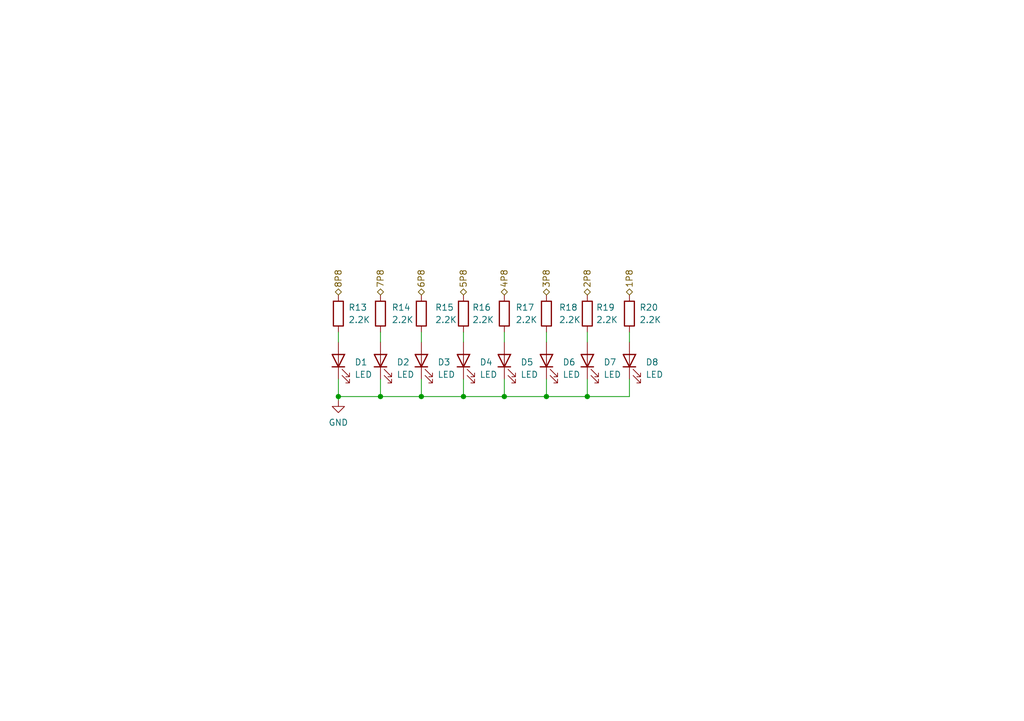
<source format=kicad_sch>
(kicad_sch (version 20230121) (generator eeschema)
  (paper "A5")
  (lib_symbols
    (symbol "Device:LED" (pin_numbers hide) (pin_names (offset 1.016) hide)
      (property "Reference" "D" (at 0 2.54 0))
      (property "Value" "LED" (at 0 -2.54 0))
      (symbol "LED_0_1"
        (polyline (pts (xy -1.27 -1.27) (xy -1.27 1.27)) (stroke (width 0.254)))
        (polyline (pts (xy -1.27 0) (xy 1.27 0)))
        (polyline (pts (xy 1.27 -1.27) (xy 1.27 1.27) (xy -1.27 0) (xy 1.27 -1.27)) (stroke (width 0.254)))
        (polyline (pts (xy -3.048 -0.762) (xy -4.572 -2.286) (xy -3.81 -2.286) (xy -4.572 -2.286) (xy -4.572 -1.524)))
        (polyline (pts (xy -1.778 -0.762) (xy -3.302 -2.286) (xy -2.54 -2.286) (xy -3.302 -2.286) (xy -3.302 -1.524)))
      )
      (symbol "LED_1_1"
        (pin passive line (at -3.81 0 0) (length 2.54) (name "K") (number "1"))
        (pin passive line (at 3.81 0 180) (length 2.54) (name "A") (number "2"))
      )
    )
    (symbol "Device:R" (pin_numbers hide) (pin_names (offset 0))
      (property "Reference" "R" (at 2.032 0 90))
      (property "Value" "R" (at 0 0 90))
      (symbol "R_0_1"
        (rectangle (start -1.016 -2.54) (end 1.016 2.54) (stroke (width 0.254)))
      )
      (symbol "R_1_1"
        (pin passive line (at 0 3.81 270) (length 1.27) (name "~") (number "1"))
        (pin passive line (at 0 -3.81 90) (length 1.27) (name "~") (number "2"))
      )
    )
    (symbol "power:GND" (power) (pin_names (offset 0))
      (property "Value" "GND" (at 0 -3.81 0))
      (symbol "GND_0_1"
        (polyline (pts (xy 0 0) (xy 0 -1.27) (xy 1.27 -1.27) (xy 0 -2.54) (xy -1.27 -1.27) (xy 0 -1.27)))
      )
      (symbol "GND_1_1"
        (pin power_in line (at 0 0 270) (length 0) hide (name "GND") (number "1"))
      )
    )
  )
  (junction (at 69.3928 81.3816))
  (junction (at 78.0288 81.3816))
  (junction (at 103.4288 81.3816))
  (junction (at 112.0648 81.3816))
  (junction (at 120.4468 81.3816))
  (junction (at 86.4108 81.3816))
  (junction (at 95.0468 81.3816))
  (wire (pts (xy 129.0828 81.3816) (xy 120.4468 81.3816)))
  (wire (pts (xy 112.0648 77.8256) (xy 112.0648 81.3816)))
  (wire (pts (xy 95.0468 77.8256) (xy 95.0468 81.3816)))
  (wire (pts (xy 103.4288 68.1736) (xy 103.4288 70.2056)))
  (wire (pts (xy 120.4468 77.8256) (xy 120.4468 81.3816)))
  (wire (pts (xy 103.4288 81.3816) (xy 95.0468 81.3816)))
  (wire (pts (xy 112.0648 68.1736) (xy 112.0648 70.2056)))
  (wire (pts (xy 112.0648 81.3816) (xy 103.4288 81.3816)))
  (wire (pts (xy 78.0288 77.8256) (xy 78.0288 81.3816)))
  (wire (pts (xy 78.0288 68.1736) (xy 78.0288 70.2056)))
  (wire (pts (xy 120.4468 68.1736) (xy 120.4468 70.2056)))
  (wire (pts (xy 86.4108 68.1736) (xy 86.4108 70.2056)))
  (wire (pts (xy 95.0468 81.3816) (xy 86.4108 81.3816)))
  (wire (pts (xy 86.4108 81.3816) (xy 78.0288 81.3816)))
  (wire (pts (xy 95.0468 68.1736) (xy 95.0468 70.2056)))
  (wire (pts (xy 69.3928 77.8256) (xy 69.3928 81.3816)))
  (wire (pts (xy 129.0828 77.8256) (xy 129.0828 81.3816)))
  (wire (pts (xy 86.4108 77.8256) (xy 86.4108 81.3816)))
  (wire (pts (xy 69.3928 81.3816) (xy 69.3928 82.1436)))
  (wire (pts (xy 78.0288 81.3816) (xy 69.3928 81.3816)))
  (wire (pts (xy 120.4468 81.3816) (xy 112.0648 81.3816)))
  (wire (pts (xy 103.4288 77.8256) (xy 103.4288 81.3816)))
  (wire (pts (xy 69.3928 68.1736) (xy 69.3928 70.2056)))
  (wire (pts (xy 129.0828 68.1736) (xy 129.0828 70.2056)))
  (hierarchical_label "6P8" (shape bidirectional) (at 86.4108 60.5536 90))
  (hierarchical_label "3P8" (shape bidirectional) (at 112.0648 60.5536 90))
  (hierarchical_label "4P8" (shape bidirectional) (at 103.4288 60.5536 90))
  (hierarchical_label "5P8" (shape bidirectional) (at 95.0468 60.5536 90))
  (hierarchical_label "8P8" (shape bidirectional) (at 69.3928 60.5536 90))
  (hierarchical_label "1P8" (shape bidirectional) (at 129.0828 60.5536 90))
  (hierarchical_label "2P8" (shape bidirectional) (at 120.4468 60.5536 90))
  (hierarchical_label "7P8" (shape bidirectional) (at 78.0288 60.5536 90))
  (symbol (lib_id "Device:LED") (at 95.0468 74.0156 90) (unit 1)
    (property "Reference" "D4" (at 98.3488 74.333 90) (effects (justify right)))
    (property "Value" "LED" (at 98.3488 76.873 90) (effects (justify right)))
    (property "Footprint" "LED_SMD:LED_0805_2012Metric" (effects hide))
  )
  (symbol (lib_id "Device:R") (at 112.0648 64.3636 0) (unit 1)
    (property "Reference" "R18" (at 114.6048 63.0935 0) (effects (justify left)))
    (property "Value" "2.2K" (at 114.6048 65.6335 0) (effects (justify left)))
    (property "Footprint" "Resistor_SMD:R_0805_2012Metric" (effects hide))
    (instances (project "modulo del FPGA THT" (path "" (reference "R18") (unit 1))) (project "mod. de exp. FPGA spartan 6 mimasV2" (path "" (reference "R14") (unit 1))))
  )
  (symbol (lib_id "Device:R") (at 95.0468 64.3636 0) (unit 1)
    (property "Reference" "R16" (at 96.8248 63.0935 0) (effects (justify left)))
    (property "Value" "2.2K" (at 96.8248 65.6335 0) (effects (justify left)))
    (property "Footprint" "Resistor_SMD:R_0805_2012Metric" (effects hide))
    (instances (project "modulo del FPGA THT" (path "" (reference "R16") (unit 1))) (project "mod. de exp. FPGA spartan 6 mimasV2" (path "" (reference "R12") (unit 1))))
  )
  (symbol (lib_id "Device:LED") (at 103.4288 74.0156 90) (unit 1)
    (property "Reference" "D5" (at 106.7308 74.333 90) (effects (justify right)))
    (property "Value" "LED" (at 106.7308 76.873 90) (effects (justify right)))
    (property "Footprint" "LED_SMD:LED_0805_2012Metric" (effects hide))
  )
  (symbol (lib_id "Device:R") (at 86.4108 64.3636 0) (unit 1)
    (property "Reference" "R15" (at 89.2048 63.0935 0) (effects (justify left)))
    (property "Value" "2.2K" (at 89.2048 65.6335 0) (effects (justify left)))
    (property "Footprint" "Resistor_SMD:R_0805_2012Metric" (effects hide))
    (instances (project "modulo del FPGA THT" (path "" (reference "R15") (unit 1))) (project "mod. de exp. FPGA spartan 6 mimasV2" (path "" (reference "R11") (unit 1))))
  )
  (symbol (lib_id "Device:LED") (at 120.4468 74.0156 90) (unit 1)
    (property "Reference" "D7" (at 123.7488 74.333 90) (effects (justify right)))
    (property "Value" "LED" (at 123.7488 76.873 90) (effects (justify right)))
    (property "Footprint" "LED_SMD:LED_0805_2012Metric" (effects hide))
  )
  (symbol (lib_id "Device:LED") (at 69.3928 74.0156 90) (unit 1)
    (property "Reference" "D1" (at 72.6948 74.333 90) (effects (justify right)))
    (property "Value" "LED" (at 72.6948 76.873 90) (effects (justify right)))
    (property "Footprint" "LED_SMD:LED_0805_2012Metric" (effects hide))
  )
  (symbol (lib_id "Device:LED") (at 78.0288 74.0156 90) (unit 1)
    (property "Reference" "D2" (at 81.3308 74.333 90) (effects (justify right)))
    (property "Value" "LED" (at 81.3308 76.873 90) (effects (justify right)))
    (property "Footprint" "LED_SMD:LED_0805_2012Metric" (effects hide))
  )
  (symbol (lib_id "Device:R") (at 78.0288 64.3636 0) (unit 1)
    (property "Reference" "R14" (at 80.3148 63.0935 0) (effects (justify left)))
    (property "Value" "2.2K" (at 80.3148 65.6335 0) (effects (justify left)))
    (property "Footprint" "Resistor_SMD:R_0805_2012Metric" (effects hide))
    (instances (project "modulo del FPGA THT" (path "" (reference "R14") (unit 1))) (project "mod. de exp. FPGA spartan 6 mimasV2" (path "" (reference "R10") (unit 1))))
  )
  (symbol (lib_id "Device:LED") (at 86.4108 74.0156 90) (unit 1)
    (property "Reference" "D3" (at 89.7128 74.333 90) (effects (justify right)))
    (property "Value" "LED" (at 89.7128 76.873 90) (effects (justify right)))
    (property "Footprint" "LED_SMD:LED_0805_2012Metric" (effects hide))
  )
  (symbol (lib_id "Device:R") (at 129.0828 64.3636 0) (unit 1)
    (property "Reference" "R20" (at 131.1148 63.0935 0) (effects (justify left)))
    (property "Value" "2.2K" (at 131.1148 65.6335 0) (effects (justify left)))
    (property "Footprint" "Resistor_SMD:R_0805_2012Metric" (effects hide))
    (instances (project "modulo del FPGA THT" (path "" (reference "R20") (unit 1))) (project "mod. de exp. FPGA spartan 6 mimasV2" (path "" (reference "R16") (unit 1))))
  )
  (symbol (lib_id "Device:R") (at 103.4288 64.3636 0) (unit 1)
    (property "Reference" "R17" (at 105.7148 63.0935 0) (effects (justify left)))
    (property "Value" "2.2K" (at 105.7148 65.6335 0) (effects (justify left)))
    (property "Footprint" "Resistor_SMD:R_0805_2012Metric" (effects hide))
    (instances (project "modulo del FPGA THT" (path "" (reference "R17") (unit 1))) (project "mod. de exp. FPGA spartan 6 mimasV2" (path "" (reference "R13") (unit 1))))
  )
  (symbol (lib_id "Device:R") (at 120.4468 64.3636 0) (unit 1)
    (property "Reference" "R19" (at 122.2248 63.0935 0) (effects (justify left)))
    (property "Value" "2.2K" (at 122.2248 65.6335 0) (effects (justify left)))
    (property "Footprint" "Resistor_SMD:R_0805_2012Metric" (effects hide))
    (instances (project "modulo del FPGA THT" (path "" (reference "R19") (unit 1))) (project "mod. de exp. FPGA spartan 6 mimasV2" (path "" (reference "R15") (unit 1))))
  )
  (symbol (lib_id "Device:R") (at 69.3928 64.3636 0) (unit 1)
    (property "Reference" "R13" (at 71.4248 63.0935 0) (effects (justify left)))
    (property "Value" "2.2K" (at 71.4248 65.6335 0) (effects (justify left)))
    (property "Footprint" "Resistor_SMD:R_0805_2012Metric" (effects hide))
    (instances (project "modulo del FPGA THT" (path "" (reference "R13") (unit 1))) (project "mod. de exp. FPGA spartan 6 mimasV2" (path "" (reference "R9") (unit 1))))
  )
  (symbol (lib_id "Device:LED") (at 129.0828 74.0156 90) (unit 1)
    (property "Reference" "D8" (at 132.3848 74.333 90) (effects (justify right)))
    (property "Value" "LED" (at 132.3848 76.873 90) (effects (justify right)))
    (property "Footprint" "LED_SMD:LED_0805_2012Metric" (effects hide))
  )
  (symbol (lib_id "Device:LED") (at 112.0648 74.0156 90) (unit 1)
    (property "Reference" "D6" (at 115.3668 74.333 90) (effects (justify right)))
    (property "Value" "LED" (at 115.3668 76.873 90) (effects (justify right)))
    (property "Footprint" "LED_SMD:LED_0805_2012Metric" (effects hide))
  )
  (symbol (lib_id "power:GND") (at 69.3928 82.1436 0) (unit 1)
    (property "Reference" "#PWR011" (effects hide))
    (property "Value" "GND" (at 69.3928 86.7156 0))
    (instances (project "modulo del FPGA THT" (path "" (reference "#PWR011") (unit 1))) (project "mod. de exp. FPGA spartan 6 mimasV2" (path "" (reference "#PWR0111") (unit 1))))
  )
)
</source>
